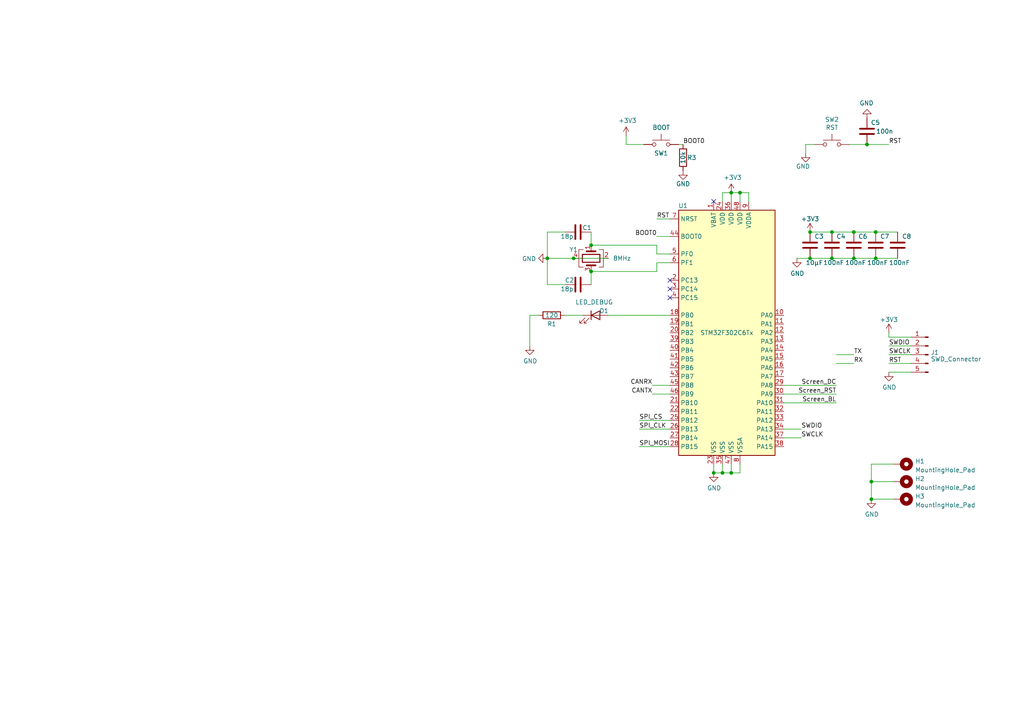
<source format=kicad_sch>
(kicad_sch (version 20230121) (generator eeschema)
  (paper "A4")
  (lib_symbols
    (symbol "Connector:Conn_01x05_Pin" (pin_names (offset 1.016) hide)
      (property "Reference" "J" (at 0 7.62 0))
      (property "Value" "Conn_01x05_Pin" (at 0 -7.62 0))
      (symbol "Conn_01x05_Pin_1_1"
        (polyline (pts (xy 1.27 -5.08) (xy 0.8636 -5.08)) (stroke (width 0.1524)))
        (polyline (pts (xy 1.27 -2.54) (xy 0.8636 -2.54)) (stroke (width 0.1524)))
        (polyline (pts (xy 1.27 0) (xy 0.8636 0)) (stroke (width 0.1524)))
        (polyline (pts (xy 1.27 2.54) (xy 0.8636 2.54)) (stroke (width 0.1524)))
        (polyline (pts (xy 1.27 5.08) (xy 0.8636 5.08)) (stroke (width 0.1524)))
        (rectangle (start 0.8636 -4.953) (end 0 -5.207) (stroke (width 0.1524)) (fill (type outline)))
        (rectangle (start 0.8636 -2.413) (end 0 -2.667) (stroke (width 0.1524)) (fill (type outline)))
        (rectangle (start 0.8636 0.127) (end 0 -0.127) (stroke (width 0.1524)) (fill (type outline)))
        (rectangle (start 0.8636 2.667) (end 0 2.413) (stroke (width 0.1524)) (fill (type outline)))
        (rectangle (start 0.8636 5.207) (end 0 4.953) (stroke (width 0.1524)) (fill (type outline)))
        (pin passive line (at 5.08 5.08 180) (length 3.81) (name "Pin_1") (number "1"))
        (pin passive line (at 5.08 2.54 180) (length 3.81) (name "Pin_2") (number "2"))
        (pin passive line (at 5.08 0 180) (length 3.81) (name "Pin_3") (number "3"))
        (pin passive line (at 5.08 -2.54 180) (length 3.81) (name "Pin_4") (number "4"))
        (pin passive line (at 5.08 -5.08 180) (length 3.81) (name "Pin_5") (number "5"))
      )
    )
    (symbol "Device:C" (pin_numbers hide) (pin_names (offset 0.254))
      (property "Reference" "C" (at 0.635 2.54 0))
      (property "Value" "C" (at 0.635 -2.54 0))
      (symbol "C_0_1"
        (polyline (pts (xy -2.032 -0.762) (xy 2.032 -0.762)) (stroke (width 0.508)))
        (polyline (pts (xy -2.032 0.762) (xy 2.032 0.762)) (stroke (width 0.508)))
      )
      (symbol "C_1_1"
        (pin passive line (at 0 3.81 270) (length 2.794) (name "~") (number "1"))
        (pin passive line (at 0 -3.81 90) (length 2.794) (name "~") (number "2"))
      )
    )
    (symbol "Device:Crystal_GND24" (pin_names (offset 1.016) hide)
      (property "Reference" "Y" (at 3.175 5.08 0))
      (property "Value" "Crystal_GND24" (at 3.175 3.175 0))
      (symbol "Crystal_GND24_0_1"
        (rectangle (start -1.143 2.54) (end 1.143 -2.54) (stroke (width 0.3048)))
        (polyline (pts (xy -2.54 0) (xy -2.032 0)))
        (polyline (pts (xy -2.032 -1.27) (xy -2.032 1.27)) (stroke (width 0.508)))
        (polyline (pts (xy 0 -3.81) (xy 0 -3.556)))
        (polyline (pts (xy 0 3.556) (xy 0 3.81)))
        (polyline (pts (xy 2.032 -1.27) (xy 2.032 1.27)) (stroke (width 0.508)))
        (polyline (pts (xy 2.032 0) (xy 2.54 0)))
        (polyline (pts (xy -2.54 -2.286) (xy -2.54 -3.556) (xy 2.54 -3.556) (xy 2.54 -2.286)))
        (polyline (pts (xy -2.54 2.286) (xy -2.54 3.556) (xy 2.54 3.556) (xy 2.54 2.286)))
      )
      (symbol "Crystal_GND24_1_1"
        (pin passive line (at -3.81 0 0) (length 1.27) (name "1") (number "1"))
        (pin passive line (at 0 5.08 270) (length 1.27) (name "2") (number "2"))
        (pin passive line (at 3.81 0 180) (length 1.27) (name "3") (number "3"))
        (pin passive line (at 0 -5.08 90) (length 1.27) (name "4") (number "4"))
      )
    )
    (symbol "Device:LED" (pin_numbers hide) (pin_names (offset 1.016) hide)
      (property "Reference" "D" (at 0 2.54 0))
      (property "Value" "LED" (at 0 -2.54 0))
      (symbol "LED_0_1"
        (polyline (pts (xy -1.27 -1.27) (xy -1.27 1.27)) (stroke (width 0.254)))
        (polyline (pts (xy -1.27 0) (xy 1.27 0)))
        (polyline (pts (xy 1.27 -1.27) (xy 1.27 1.27) (xy -1.27 0) (xy 1.27 -1.27)) (stroke (width 0.254)))
        (polyline (pts (xy -3.048 -0.762) (xy -4.572 -2.286) (xy -3.81 -2.286) (xy -4.572 -2.286) (xy -4.572 -1.524)))
        (polyline (pts (xy -1.778 -0.762) (xy -3.302 -2.286) (xy -2.54 -2.286) (xy -3.302 -2.286) (xy -3.302 -1.524)))
      )
      (symbol "LED_1_1"
        (pin passive line (at -3.81 0 0) (length 2.54) (name "K") (number "1"))
        (pin passive line (at 3.81 0 180) (length 2.54) (name "A") (number "2"))
      )
    )
    (symbol "Device:R" (pin_numbers hide) (pin_names (offset 0))
      (property "Reference" "R" (at 2.032 0 90))
      (property "Value" "R" (at 0 0 90))
      (symbol "R_0_1"
        (rectangle (start -1.016 -2.54) (end 1.016 2.54) (stroke (width 0.254)))
      )
      (symbol "R_1_1"
        (pin passive line (at 0 3.81 270) (length 1.27) (name "~") (number "1"))
        (pin passive line (at 0 -3.81 90) (length 1.27) (name "~") (number "2"))
      )
    )
    (symbol "MCU_ST_STM32F3:STM32F302C6Tx"
      (property "Reference" "U" (at -15.24 36.83 0))
      (property "Value" "STM32F302C6Tx" (at 7.62 36.83 0))
      (symbol "STM32F302C6Tx_0_1"
        (rectangle (start -15.24 -35.56) (end 12.7 35.56) (stroke (width 0.254)) (fill (type background)))
      )
      (symbol "STM32F302C6Tx_1_1"
        (pin power_in line (at -5.08 38.1 270) (length 2.54) (name "VBAT") (number "1"))
        (pin bidirectional line (at 15.24 5.08 180) (length 2.54) (name "PA0") (number "10"))
        (pin bidirectional line (at 15.24 2.54 180) (length 2.54) (name "PA1") (number "11"))
        (pin bidirectional line (at 15.24 0 180) (length 2.54) (name "PA2") (number "12"))
        (pin bidirectional line (at 15.24 -2.54 180) (length 2.54) (name "PA3") (number "13"))
        (pin bidirectional line (at 15.24 -5.08 180) (length 2.54) (name "PA4") (number "14"))
        (pin bidirectional line (at 15.24 -7.62 180) (length 2.54) (name "PA5") (number "15"))
        (pin bidirectional line (at 15.24 -10.16 180) (length 2.54) (name "PA6") (number "16"))
        (pin bidirectional line (at 15.24 -12.7 180) (length 2.54) (name "PA7") (number "17"))
        (pin bidirectional line (at -17.78 5.08 0) (length 2.54) (name "PB0") (number "18"))
        (pin bidirectional line (at -17.78 2.54 0) (length 2.54) (name "PB1") (number "19"))
        (pin bidirectional line (at -17.78 15.24 0) (length 2.54) (name "PC13") (number "2"))
        (pin bidirectional line (at -17.78 0 0) (length 2.54) (name "PB2") (number "20"))
        (pin bidirectional line (at -17.78 -20.32 0) (length 2.54) (name "PB10") (number "21"))
        (pin bidirectional line (at -17.78 -22.86 0) (length 2.54) (name "PB11") (number "22"))
        (pin power_in line (at -5.08 -38.1 90) (length 2.54) (name "VSS") (number "23"))
        (pin power_in line (at -2.54 38.1 270) (length 2.54) (name "VDD") (number "24"))
        (pin bidirectional line (at -17.78 -25.4 0) (length 2.54) (name "PB12") (number "25"))
        (pin bidirectional line (at -17.78 -27.94 0) (length 2.54) (name "PB13") (number "26"))
        (pin bidirectional line (at -17.78 -30.48 0) (length 2.54) (name "PB14") (number "27"))
        (pin bidirectional line (at -17.78 -33.02 0) (length 2.54) (name "PB15") (number "28"))
        (pin bidirectional line (at 15.24 -15.24 180) (length 2.54) (name "PA8") (number "29"))
        (pin bidirectional line (at -17.78 12.7 0) (length 2.54) (name "PC14") (number "3"))
        (pin bidirectional line (at 15.24 -17.78 180) (length 2.54) (name "PA9") (number "30"))
        (pin bidirectional line (at 15.24 -20.32 180) (length 2.54) (name "PA10") (number "31"))
        (pin bidirectional line (at 15.24 -22.86 180) (length 2.54) (name "PA11") (number "32"))
        (pin bidirectional line (at 15.24 -25.4 180) (length 2.54) (name "PA12") (number "33"))
        (pin bidirectional line (at 15.24 -27.94 180) (length 2.54) (name "PA13") (number "34"))
        (pin power_in line (at -2.54 -38.1 90) (length 2.54) (name "VSS") (number "35"))
        (pin power_in line (at 0 38.1 270) (length 2.54) (name "VDD") (number "36"))
        (pin bidirectional line (at 15.24 -30.48 180) (length 2.54) (name "PA14") (number "37"))
        (pin bidirectional line (at 15.24 -33.02 180) (length 2.54) (name "PA15") (number "38"))
        (pin bidirectional line (at -17.78 -2.54 0) (length 2.54) (name "PB3") (number "39"))
        (pin bidirectional line (at -17.78 10.16 0) (length 2.54) (name "PC15") (number "4"))
        (pin bidirectional line (at -17.78 -5.08 0) (length 2.54) (name "PB4") (number "40"))
        (pin bidirectional line (at -17.78 -7.62 0) (length 2.54) (name "PB5") (number "41"))
        (pin bidirectional line (at -17.78 -10.16 0) (length 2.54) (name "PB6") (number "42"))
        (pin bidirectional line (at -17.78 -12.7 0) (length 2.54) (name "PB7") (number "43"))
        (pin input line (at -17.78 27.94 0) (length 2.54) (name "BOOT0") (number "44"))
        (pin bidirectional line (at -17.78 -15.24 0) (length 2.54) (name "PB8") (number "45"))
        (pin bidirectional line (at -17.78 -17.78 0) (length 2.54) (name "PB9") (number "46"))
        (pin power_in line (at 0 -38.1 90) (length 2.54) (name "VSS") (number "47"))
        (pin power_in line (at 2.54 38.1 270) (length 2.54) (name "VDD") (number "48"))
        (pin input line (at -17.78 22.86 0) (length 2.54) (name "PF0") (number "5"))
        (pin input line (at -17.78 20.32 0) (length 2.54) (name "PF1") (number "6"))
        (pin input line (at -17.78 33.02 0) (length 2.54) (name "NRST") (number "7"))
        (pin power_in line (at 2.54 -38.1 90) (length 2.54) (name "VSSA") (number "8"))
        (pin power_in line (at 5.08 38.1 270) (length 2.54) (name "VDDA") (number "9"))
      )
    )
    (symbol "Mechanical:MountingHole_Pad" (pin_numbers hide) (pin_names (offset 1.016) hide)
      (property "Reference" "H" (at 0 6.35 0))
      (property "Value" "MountingHole_Pad" (at 0 4.445 0))
      (symbol "MountingHole_Pad_0_1"
        (circle (center 0 1.27) (radius 1.27) (stroke (width 1.27)))
      )
      (symbol "MountingHole_Pad_1_1"
        (pin input line (at 0 -2.54 90) (length 2.54) (name "1") (number "1"))
      )
    )
    (symbol "Switch:SW_Push" (pin_numbers hide) (pin_names (offset 1.016) hide)
      (property "Reference" "SW" (at 1.27 2.54 0))
      (property "Value" "SW_Push" (at 0 -1.524 0))
      (symbol "SW_Push_0_1"
        (circle (center -2.032 0) (radius 0.508))
        (polyline (pts (xy 0 1.27) (xy 0 3.048)))
        (polyline (pts (xy 2.54 1.27) (xy -2.54 1.27)))
        (circle (center 2.032 0) (radius 0.508))
        (pin passive line (at -5.08 0 0) (length 2.54) (name "1") (number "1"))
        (pin passive line (at 5.08 0 180) (length 2.54) (name "2") (number "2"))
      )
    )
    (symbol "power:+3.3V" (power) (pin_names (offset 0))
      (property "Value" "+3.3V" (at 0 3.556 0))
      (symbol "+3.3V_0_1"
        (polyline (pts (xy -0.762 1.27) (xy 0 2.54)))
        (polyline (pts (xy 0 0) (xy 0 2.54)))
        (polyline (pts (xy 0 2.54) (xy 0.762 1.27)))
      )
      (symbol "+3.3V_1_1"
        (pin power_in line (at 0 0 90) (length 0) hide (name "+3V3") (number "1"))
      )
    )
    (symbol "power:GND" (power) (pin_names (offset 0))
      (property "Value" "GND" (at 0 -3.81 0))
      (symbol "GND_0_1"
        (polyline (pts (xy 0 0) (xy 0 -1.27) (xy 1.27 -1.27) (xy 0 -2.54) (xy -1.27 -1.27) (xy 0 -1.27)))
      )
      (symbol "GND_1_1"
        (pin power_in line (at 0 0 270) (length 0) hide (name "GND") (number "1"))
      )
    )
  )
  (junction (at 241.3 67.31))
  (junction (at 171.45 71.12))
  (junction (at 166.37 74.93))
  (junction (at 254 74.93))
  (junction (at 251.46 41.91))
  (junction (at 241.3 74.93))
  (junction (at 234.95 74.93))
  (junction (at 214.63 55.88))
  (junction (at 171.45 78.74))
  (junction (at 212.09 55.88))
  (junction (at 247.65 74.93))
  (junction (at 234.95 67.31))
  (junction (at 207.01 137.16))
  (junction (at 209.55 137.16))
  (junction (at 212.09 137.16))
  (junction (at 158.75 74.93))
  (junction (at 252.73 139.7))
  (junction (at 254 67.31))
  (junction (at 252.73 144.78))
  (junction (at 247.65 67.31))
  (no_connect (at 194.31 81.28))
  (no_connect (at 207.01 58.42))
  (no_connect (at 194.31 83.82))
  (no_connect (at 194.31 86.36))
  (wire (pts (xy 163.83 67.31) (xy 158.75 67.31)))
  (wire (pts (xy 257.81 107.95) (xy 264.16 107.95)))
  (wire (pts (xy 214.63 55.88) (xy 214.63 58.42)))
  (wire (pts (xy 209.55 134.62) (xy 209.55 137.16)))
  (wire (pts (xy 209.55 58.42) (xy 209.55 55.88)))
  (wire (pts (xy 247.65 67.31) (xy 254 67.31)))
  (wire (pts (xy 209.55 55.88) (xy 212.09 55.88)))
  (wire (pts (xy 190.5 63.5) (xy 194.31 63.5)))
  (wire (pts (xy 242.57 102.87) (xy 247.65 102.87)))
  (wire (pts (xy 185.42 129.54) (xy 194.31 129.54)))
  (wire (pts (xy 171.45 67.31) (xy 171.45 71.12)))
  (wire (pts (xy 214.63 55.88) (xy 217.17 55.88)))
  (wire (pts (xy 214.63 137.16) (xy 214.63 134.62)))
  (wire (pts (xy 246.38 41.91) (xy 251.46 41.91)))
  (wire (pts (xy 227.33 127) (xy 232.41 127)))
  (wire (pts (xy 171.45 78.74) (xy 190.5 78.74)))
  (wire (pts (xy 264.16 97.79) (xy 257.81 97.79)))
  (wire (pts (xy 241.3 74.93) (xy 247.65 74.93)))
  (wire (pts (xy 257.81 100.33) (xy 264.16 100.33)))
  (wire (pts (xy 227.33 124.46) (xy 232.41 124.46)))
  (wire (pts (xy 259.08 134.62) (xy 252.73 134.62)))
  (wire (pts (xy 194.31 68.58) (xy 190.5 68.58)))
  (wire (pts (xy 181.61 41.91) (xy 181.61 39.37)))
  (wire (pts (xy 234.95 67.31) (xy 241.3 67.31)))
  (wire (pts (xy 251.46 41.91) (xy 257.81 41.91)))
  (wire (pts (xy 212.09 137.16) (xy 214.63 137.16)))
  (wire (pts (xy 231.14 74.93) (xy 234.95 74.93)))
  (wire (pts (xy 158.75 82.55) (xy 163.83 82.55)))
  (wire (pts (xy 227.33 114.3) (xy 242.57 114.3)))
  (wire (pts (xy 212.09 134.62) (xy 212.09 137.16)))
  (wire (pts (xy 196.85 41.91) (xy 198.12 41.91)))
  (wire (pts (xy 242.57 105.41) (xy 247.65 105.41)))
  (wire (pts (xy 241.3 67.31) (xy 247.65 67.31)))
  (wire (pts (xy 252.73 139.7) (xy 259.08 139.7)))
  (wire (pts (xy 207.01 137.16) (xy 209.55 137.16)))
  (wire (pts (xy 190.5 71.12) (xy 171.45 71.12)))
  (wire (pts (xy 254 74.93) (xy 260.35 74.93)))
  (wire (pts (xy 257.81 97.79) (xy 257.81 96.52)))
  (wire (pts (xy 209.55 137.16) (xy 212.09 137.16)))
  (wire (pts (xy 168.91 91.44) (xy 163.83 91.44)))
  (wire (pts (xy 227.33 116.84) (xy 242.57 116.84)))
  (wire (pts (xy 227.33 111.76) (xy 242.57 111.76)))
  (wire (pts (xy 212.09 55.88) (xy 214.63 55.88)))
  (wire (pts (xy 190.5 78.74) (xy 190.5 76.2)))
  (wire (pts (xy 233.68 44.45) (xy 233.68 41.91)))
  (wire (pts (xy 190.5 73.66) (xy 194.31 73.66)))
  (wire (pts (xy 176.53 91.44) (xy 194.31 91.44)))
  (wire (pts (xy 190.5 73.66) (xy 190.5 71.12)))
  (wire (pts (xy 153.67 91.44) (xy 153.67 100.33)))
  (wire (pts (xy 241.3 74.93) (xy 234.95 74.93)))
  (wire (pts (xy 158.75 74.93) (xy 158.75 82.55)))
  (wire (pts (xy 176.53 74.93) (xy 166.37 74.93)))
  (wire (pts (xy 217.17 55.88) (xy 217.17 58.42)))
  (wire (pts (xy 259.08 144.78) (xy 252.73 144.78)))
  (wire (pts (xy 257.81 102.87) (xy 264.16 102.87)))
  (wire (pts (xy 156.21 91.44) (xy 153.67 91.44)))
  (wire (pts (xy 207.01 134.62) (xy 207.01 137.16)))
  (wire (pts (xy 186.69 41.91) (xy 181.61 41.91)))
  (wire (pts (xy 171.45 82.55) (xy 171.45 78.74)))
  (wire (pts (xy 185.42 121.92) (xy 194.31 121.92)))
  (wire (pts (xy 257.81 105.41) (xy 264.16 105.41)))
  (wire (pts (xy 166.37 74.93) (xy 158.75 74.93)))
  (wire (pts (xy 254 67.31) (xy 260.35 67.31)))
  (wire (pts (xy 194.31 111.76) (xy 189.23 111.76)))
  (wire (pts (xy 252.73 139.7) (xy 252.73 144.78)))
  (wire (pts (xy 185.42 124.46) (xy 194.31 124.46)))
  (wire (pts (xy 212.09 58.42) (xy 212.09 55.88)))
  (wire (pts (xy 158.75 67.31) (xy 158.75 74.93)))
  (wire (pts (xy 233.68 41.91) (xy 236.22 41.91)))
  (wire (pts (xy 247.65 74.93) (xy 254 74.93)))
  (wire (pts (xy 194.31 114.3) (xy 189.23 114.3)))
  (wire (pts (xy 190.5 76.2) (xy 194.31 76.2)))
  (wire (pts (xy 252.73 134.62) (xy 252.73 139.7)))
  (label "SPI_MOSI" (at 185.42 129.54 0))
  (label "BOOT0" (at 198.12 41.91 0))
  (label "Screen_DC" (at 242.57 111.76 180))
  (label "SWCLK" (at 232.41 127 0))
  (label "RX" (at 247.65 105.41 0))
  (label "RST" (at 190.5 63.5 0))
  (label "SWCLK" (at 257.81 102.87 0))
  (label "SWDIO" (at 232.41 124.46 0))
  (label "RST" (at 257.81 105.41 0))
  (label "CANRX" (at 189.23 111.76 180))
  (label "SPI_CLK" (at 185.42 124.46 0))
  (label "SWDIO" (at 257.81 100.33 0))
  (label "CANTX" (at 189.23 114.3 180))
  (label "TX" (at 247.65 102.87 0))
  (label "BOOT0" (at 190.5 68.58 180))
  (label "RST" (at 257.81 41.91 0))
  (label "Screen_RST" (at 242.57 114.3 180))
  (label "SPI_CS" (at 185.42 121.92 0))
  (label "Screen_BL" (at 242.57 116.84 180))
  (symbol (lib_id "Device:C") (at 260.35 71.12 180) (unit 1)
    (property "Reference" "C8" (at 261.62 68.58 0) (effects (justify right)))
    (property "Value" "100nF" (at 257.81 76.2 0) (effects (justify right)))
    (property "Footprint" "Capacitor_SMD:C_0805_2012Metric_Pad1.18x1.45mm_HandSolder" (effects hide))
  )
  (symbol (lib_id "power:GND") (at 158.75 74.93 270) (unit 1)
    (property "Reference" "#PWR02" (effects hide))
    (property "Value" "GND" (at 155.4988 75.057 90) (effects (justify right)))
  )
  (symbol (lib_id "Switch:SW_Push") (at 191.77 41.91 0) (unit 1)
    (property "Reference" "SW1" (at 191.77 44.45 0))
    (property "Value" "BOOT" (at 191.77 36.9824 0))
    (property "Footprint" "Button_Switch_SMD:SW_SPST_CK_RS282G05A3" (effects hide))
  )
  (symbol (lib_id "power:+3.3V") (at 234.95 67.31 0) (unit 1)
    (property "Reference" "#PWR09" (effects hide))
    (property "Value" "+3.3V" (at 234.95 63.5 0))
  )
  (symbol (lib_id "Device:C") (at 167.64 67.31 270) (unit 1)
    (property "Reference" "C1" (at 168.91 66.04 90) (effects (justify left)))
    (property "Value" "18p" (at 162.56 68.58 90) (effects (justify left)))
    (property "Footprint" "Capacitor_SMD:C_0805_2012Metric_Pad1.18x1.45mm_HandSolder" (effects hide))
  )
  (symbol (lib_id "Device:C") (at 254 71.12 180) (unit 1)
    (property "Reference" "C7" (at 255.27 68.58 0) (effects (justify right)))
    (property "Value" "100nF" (at 251.46 76.2 0) (effects (justify right)))
    (property "Footprint" "Capacitor_SMD:C_0805_2012Metric_Pad1.18x1.45mm_HandSolder" (effects hide))
  )
  (symbol (lib_id "power:GND") (at 252.73 144.78 0) (unit 1)
    (property "Reference" "#PWR012" (effects hide))
    (property "Value" "GND" (at 252.857 149.1742 0))
  )
  (symbol (lib_id "Device:C") (at 241.3 71.12 180) (unit 1)
    (property "Reference" "C4" (at 242.57 68.58 0) (effects (justify right)))
    (property "Value" "100nF" (at 238.76 76.2 0) (effects (justify right)))
    (property "Footprint" "Capacitor_SMD:C_0805_2012Metric_Pad1.18x1.45mm_HandSolder" (effects hide))
  )
  (symbol (lib_id "Device:C") (at 247.65 71.12 180) (unit 1)
    (property "Reference" "C6" (at 248.92 68.58 0) (effects (justify right)))
    (property "Value" "100nF" (at 245.11 76.2 0) (effects (justify right)))
    (property "Footprint" "Capacitor_SMD:C_0805_2012Metric_Pad1.18x1.45mm_HandSolder" (effects hide))
  )
  (symbol (lib_id "power:GND") (at 153.67 100.33 0) (unit 1)
    (property "Reference" "#PWR01" (effects hide))
    (property "Value" "GND" (at 153.797 104.7242 0))
  )
  (symbol (lib_id "power:+3.3V") (at 212.09 55.88 0) (unit 1)
    (property "Reference" "#PWR05" (effects hide))
    (property "Value" "+3.3V" (at 212.471 51.4858 0))
  )
  (symbol (lib_id "Mechanical:MountingHole_Pad") (at 261.62 144.78 270) (unit 1)
    (property "Reference" "H3" (at 265.43 143.9453 90) (effects (justify left)))
    (property "Value" "MountingHole_Pad" (at 265.43 146.4822 90) (effects (justify left)))
    (property "Footprint" "MountingHole:MountingHole_3.2mm_M3_Pad_Via" (effects hide))
  )
  (symbol (lib_id "power:GND") (at 231.14 74.93 0) (unit 1)
    (property "Reference" "#PWR08" (effects hide))
    (property "Value" "GND" (at 231.267 79.3242 0))
  )
  (symbol (lib_id "power:GND") (at 257.81 107.95 0) (unit 1)
    (property "Reference" "#PWR013" (effects hide))
    (property "Value" "GND" (at 257.937 112.3442 0))
  )
  (symbol (lib_id "Mechanical:MountingHole_Pad") (at 261.62 134.62 270) (unit 1)
    (property "Reference" "H1" (at 265.43 133.7853 90) (effects (justify left)))
    (property "Value" "MountingHole_Pad" (at 265.43 136.3222 90) (effects (justify left)))
    (property "Footprint" "MountingHole:MountingHole_3.2mm_M3_Pad_Via" (effects hide))
  )
  (symbol (lib_id "Connector:Conn_01x05_Pin") (at 269.24 102.87 0) (mirror y) (unit 1)
    (property "Reference" "J1" (at 269.9512 102.2263 0) (effects (justify right)))
    (property "Value" "SWD_Connector" (at 269.9512 104.1473 0) (effects (justify right)))
  )
  (symbol (lib_id "Device:C") (at 167.64 82.55 270) (unit 1)
    (property "Reference" "C2" (at 163.83 81.28 90) (effects (justify left)))
    (property "Value" "18p" (at 162.56 83.82 90) (effects (justify left)))
    (property "Footprint" "Capacitor_SMD:C_0805_2012Metric_Pad1.18x1.45mm_HandSolder" (effects hide))
  )
  (symbol (lib_id "Device:C") (at 251.46 38.1 180) (unit 1)
    (property "Reference" "C5" (at 255.27 35.56 0) (effects (justify left)))
    (property "Value" "100n" (at 259.08 38.1 0) (effects (justify left)))
    (property "Footprint" "Capacitor_SMD:C_0805_2012Metric_Pad1.18x1.45mm_HandSolder" (effects hide))
  )
  (symbol (lib_id "MCU_ST_STM32F3:STM32F302C6Tx") (at 212.09 96.52 0) (unit 1)
    (property "Reference" "U1" (at 198.12 59.69 0))
    (property "Value" "STM32F302C6Tx" (at 210.82 96.52 0))
    (property "Footprint" "Package_QFP:LQFP-48_7x7mm_P0.5mm" (effects hide))
    (property "Datasheet" "http://www.st.com/st-web-ui/static/active/en/resource/technical/document/datasheet/DM00093333.pdf" (effects hide))
  )
  (symbol (lib_id "Device:Crystal_GND24") (at 171.45 74.93 270) (unit 1)
    (property "Reference" "Y1" (at 165.1 72.39 90) (effects (justify left)))
    (property "Value" "8MHz" (at 177.8 74.93 90) (effects (justify left)))
    (property "Footprint" "Crystal:Crystal_SMD_5032-4Pin_5.0x3.2mm" (effects hide))
  )
  (symbol (lib_id "power:GND") (at 207.01 137.16 0) (unit 1)
    (property "Reference" "#PWR04" (effects hide))
    (property "Value" "GND" (at 207.137 141.5542 0))
  )
  (symbol (lib_id "Device:LED") (at 172.72 91.44 0) (unit 1)
    (property "Reference" "D1" (at 176.53 90.17 0) (effects (justify right)))
    (property "Value" "LED_DEBUG" (at 177.8 87.63 0) (effects (justify right)))
    (property "Footprint" "LED_SMD:LED_0805_2012Metric_Pad1.15x1.40mm_HandSolder" (effects hide))
  )
  (symbol (lib_id "Device:R") (at 160.02 91.44 90) (unit 1)
    (property "Reference" "R1" (at 160.02 93.98 90))
    (property "Value" "120" (at 160.02 91.44 90))
    (property "Footprint" "Resistor_SMD:R_0805_2012Metric_Pad1.20x1.40mm_HandSolder" (effects hide))
  )
  (symbol (lib_id "power:+3.3V") (at 181.61 39.37 0) (unit 1)
    (property "Reference" "#PWR03" (effects hide))
    (property "Value" "+3.3V" (at 181.991 34.9758 0))
  )
  (symbol (lib_id "power:GND") (at 233.68 44.45 0) (unit 1)
    (property "Reference" "#PWR07" (effects hide))
    (property "Value" "GND" (at 234.95 48.26 0) (effects (justify right)))
  )
  (symbol (lib_id "Device:R") (at 198.12 45.72 180) (unit 1)
    (property "Reference" "R3" (at 200.66 45.72 0))
    (property "Value" "10k" (at 198.12 45.72 90))
    (property "Footprint" "Resistor_SMD:R_0805_2012Metric_Pad1.20x1.40mm_HandSolder" (effects hide))
  )
  (symbol (lib_id "Switch:SW_Push") (at 241.3 41.91 0) (unit 1)
    (property "Reference" "SW2" (at 241.3 34.671 0))
    (property "Value" "RST" (at 241.3 36.9824 0))
    (property "Footprint" "Button_Switch_SMD:SW_SPST_CK_RS282G05A3" (effects hide))
  )
  (symbol (lib_id "power:GND") (at 198.12 49.53 0) (unit 1)
    (property "Reference" "#PWR06" (effects hide))
    (property "Value" "GND" (at 198.12 53.34 0))
  )
  (symbol (lib_id "Device:C") (at 234.95 71.12 180) (unit 1)
    (property "Reference" "C3" (at 236.22 68.58 0) (effects (justify right)))
    (property "Value" "10µF" (at 233.68 76.2 0) (effects (justify right)))
    (property "Footprint" "Capacitor_SMD:C_0805_2012Metric_Pad1.18x1.45mm_HandSolder" (effects hide))
  )
  (symbol (lib_id "power:+3.3V") (at 257.81 96.52 0) (unit 1)
    (property "Reference" "#PWR010" (effects hide))
    (property "Value" "+3.3V" (at 257.81 92.71 0))
  )
  (symbol (lib_id "Mechanical:MountingHole_Pad") (at 261.62 139.7 270) (unit 1)
    (property "Reference" "H2" (at 265.43 138.8653 90) (effects (justify left)))
    (property "Value" "MountingHole_Pad" (at 265.43 141.4022 90) (effects (justify left)))
    (property "Footprint" "MountingHole:MountingHole_3.2mm_M3_Pad_Via" (effects hide))
  )
  (symbol (lib_id "power:GND") (at 251.46 34.29 180) (unit 1)
    (property "Reference" "#PWR011" (effects hide))
    (property "Value" "GND" (at 251.333 29.8958 0))
  )
)
</source>
